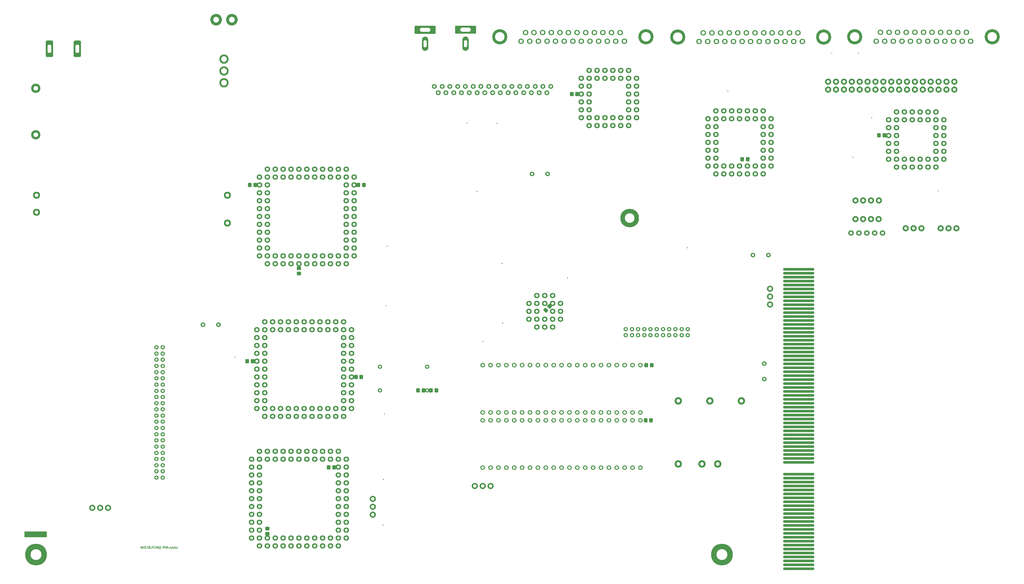
<source format=gbr>
G04 GENERATED BY PULSONIX 10.0 GERBER.DLL 7250*
G04 #@! TF.GenerationSoftware,Pulsonix,Pulsonix,10.0.7250*
G04 #@! TF.CreationDate,2019-09-12T07:48:15--1:00*
G04 #@! TF.Part,Single*
%FSLAX25Y25*%
%LPD*%
%MOIN*%
G04 #@! TF.FileFunction,Soldermask,Bot*
G04 #@! TF.FilePolarity,Negative*
G04 #@! TA.AperFunction,SMDPad*
%AMT71*0 Rounded Rectangle pad*4,1,36,0.01382,0.02760,-0.01382,0.02760,-0.01536,0.02745,-0.01683,0.02700,-0.01820,0.02627,-0.01939,0.02529,-0.02037,0.02410,-0.02110,0.02274,-0.02154,0.02126,-0.02170,0.01973,-0.02170,-0.01973,-0.02154,-0.02126,-0.02110,-0.02274,-0.02037,-0.02410,-0.01939,-0.02529,-0.01820,-0.02627,-0.01683,-0.02700,-0.01536,-0.02745,-0.01382,-0.02760,0.01382,-0.02760,0.01536,-0.02745,0.01683,-0.02700,0.01820,-0.02627,0.01939,-0.02529,0.02037,-0.02410,0.02110,-0.02274,0.02154,-0.02126,0.02169,-0.01973,0.02169,0.01973,0.02154,0.02126,0.02110,0.02274,0.02037,0.02410,0.01939,0.02529,0.01820,0.02627,0.01683,0.02700,0.01536,0.02745,0.01382,0.02760,0*%
%ADD71T71*%
G04 #@! TD.AperFunction*
%ADD86C,0.00500*%
%ADD94C,0.00001*%
G04 #@! TA.AperFunction,ComponentPad*
%ADD101C,0.07874X0.04331*%
%ADD112C,0.09449X0.04724*%
G04 #@! TA.AperFunction,NonMaterial*
%ADD120C,0.00100*%
G04 #@! TA.AperFunction,ComponentPad*
%ADD135C,0.05591X0.02795*%
%ADD136C,0.07087X0.03543*%
G04 #@! TA.AperFunction,WasherPad*
%ADD154C,0.23622X0.12205*%
G04 #@! TA.AperFunction,SMDPad*
%AMT156*0 Rounded Rectangle pad*4,1,48,-0.19685,0.00394,-0.19685,-0.00394,-0.19671,-0.00590,-0.19629,-0.00782,-0.19561,-0.00966,-0.19466,-0.01139,-0.19349,-0.01296,-0.19209,-0.01435,-0.19052,-0.01553,-0.18880,-0.01647,-0.18695,-0.01716,-0.18503,-0.01758,-0.18307,-0.01772,0.18307,-0.01772,0.18503,-0.01758,0.18695,-0.01716,0.18880,-0.01647,0.19052,-0.01553,0.19209,-0.01435,0.19349,-0.01296,0.19466,-0.01139,0.19561,-0.00966,0.19629,-0.00782,0.19671,-0.00590,0.19685,-0.00394,0.19685,0.00394,0.19671,0.00590,0.19629,0.00782,0.19561,0.00966,0.19466,0.01139,0.19349,0.01296,0.19209,0.01435,0.19052,0.01553,0.18880,0.01647,0.18695,0.01716,0.18503,0.01758,0.18307,0.01772,-0.18307,0.01772,-0.18503,0.01758,-0.18695,0.01716,-0.18880,0.01647,-0.19052,0.01553,-0.19209,0.01435,-0.19349,0.01296,-0.19466,0.01139,-0.19561,0.00966,-0.19629,0.00782,-0.19671,0.00590,-0.19685,0.00394,0*%
%ADD156T156*%
G04 #@! TA.AperFunction,ComponentPad*
%ADD157C,0.05910X0.03543*%
%ADD159C,0.06299X0.03150*%
%ADD160C,0.07874X0.03937*%
%ADD161C,0.07087X0.04291*%
%ADD162C,0.19291X0.12008*%
%ADD163C,0.07874X0.04016*%
%AMT168*0 Rounded Rectangle pad*4,1,76,0.00039,0.09055,-0.00039,0.09055,-0.00379,0.09040,-0.00716,0.08996,-0.01048,0.08922,-0.01372,0.08820,-0.01687,0.08690,-0.01988,0.08533,-0.02275,0.08350,-0.02545,0.08143,-0.02795,0.07914,-0.03025,0.07663,-0.03232,0.07393,-0.03415,0.07106,-0.03572,0.06805,-0.03702,0.06491,-0.03804,0.06166,-0.03878,0.05834,-0.03922,0.05497,-0.03937,0.05157,-0.03937,-0.05157,-0.03922,-0.05497,-0.03878,-0.05834,-0.03804,-0.06166,-0.03702,-0.06491,-0.03572,-0.06805,-0.03415,-0.07106,-0.03232,-0.07393,-0.03025,-0.07663,-0.02795,-0.07914,-0.02545,-0.08143,-0.02275,-0.08350,-0.01988,-0.08533,-0.01687,-0.08690,-0.01372,-0.08820,-0.01048,-0.08922,-0.00716,-0.08996,-0.00379,-0.09040,-0.00039,-0.09055,0.00039,-0.09055,0.00379,-0.09040,0.00716,-0.08996,0.01048,-0.08922,0.01372,-0.08820,0.01687,-0.08690,0.01988,-0.08533,0.02275,-0.08350,0.02545,-0.08143,0.02795,-0.07914,0.03025,-0.07663,0.03232,-0.07393,0.03415,-0.07106,0.03572,-0.06805,0.03702,-0.06491,0.03804,-0.06166,0.03878,-0.05834,0.03922,-0.05497,0.03937,-0.05157,0.03937,0.05157,0.03922,0.05497,0.03878,0.05834,0.03804,0.06166,0.03702,0.06491,0.03572,0.06805,0.03415,0.07106,0.03232,0.07393,0.03025,0.07663,0.02795,0.07914,0.02545,0.08143,0.02275,0.08350,0.01988,0.08533,0.01687,0.08690,0.01372,0.08820,0.01048,0.08922,0.00716,0.08996,0.00379,0.09040,0.00039,0.09055,0*%
%ADD168T168*%
%AMT169*0 Rounded Rectangle pad*4,1,48,-0.13386,0.03740,-0.13386,-0.03740,-0.13372,-0.03936,-0.13330,-0.04128,-0.13261,-0.04313,-0.13167,-0.04485,-0.13049,-0.04643,-0.12910,-0.04782,-0.12753,-0.04899,-0.12580,-0.04994,-0.12396,-0.05062,-0.12204,-0.05104,-0.12008,-0.05118,0.12008,-0.05118,0.12204,-0.05104,0.12396,-0.05062,0.12580,-0.04994,0.12753,-0.04899,0.12910,-0.04782,0.13049,-0.04643,0.13167,-0.04485,0.13261,-0.04313,0.13330,-0.04128,0.13372,-0.03936,0.13386,-0.03740,0.13386,0.03740,0.13372,0.03936,0.13330,0.04128,0.13261,0.04313,0.13167,0.04485,0.13049,0.04643,0.12910,0.04782,0.12753,0.04899,0.12580,0.04994,0.12396,0.05062,0.12204,0.05104,0.12008,0.05118,-0.12008,0.05118,-0.12204,0.05104,-0.12396,0.05062,-0.12580,0.04994,-0.12753,0.04899,-0.12910,0.04782,-0.13049,0.04643,-0.13167,0.04485,-0.13261,0.04313,-0.13330,0.04128,-0.13372,0.03936,-0.13386,0.03740,0*%
%ADD169T169*%
%AMT186*0 Rounded Rectangle pad*4,1,56,0.02756,0.10433,-0.02756,0.10433,-0.02993,0.10419,-0.03227,0.10376,-0.03454,0.10305,-0.03671,0.10208,-0.03874,0.10085,-0.04061,0.09938,-0.04229,0.09770,-0.04376,0.09583,-0.04499,0.09379,-0.04596,0.09163,-0.04667,0.08936,-0.04710,0.08702,-0.04724,0.08465,-0.04724,-0.08465,-0.04710,-0.08702,-0.04667,-0.08936,-0.04596,-0.09163,-0.04499,-0.09379,-0.04376,-0.09583,-0.04229,-0.09770,-0.04061,-0.09938,-0.03874,-0.10085,-0.03671,-0.10208,-0.03454,-0.10305,-0.03227,-0.10376,-0.02993,-0.10419,-0.02756,-0.10433,0.02756,-0.10433,0.02993,-0.10419,0.03227,-0.10376,0.03454,-0.10305,0.03671,-0.10208,0.03874,-0.10085,0.04061,-0.09938,0.04229,-0.09770,0.04376,-0.09583,0.04499,-0.09379,0.04596,-0.09163,0.04667,-0.08936,0.04710,-0.08702,0.04724,-0.08465,0.04724,0.08465,0.04710,0.08702,0.04667,0.08936,0.04596,0.09163,0.04499,0.09379,0.04376,0.09583,0.04229,0.09770,0.04061,0.09938,0.03874,0.10085,0.03671,0.10208,0.03454,0.10305,0.03227,0.10376,0.02993,0.10419,0.02756,0.10433,0*%
%ADD186T186*%
%ADD188C,0.11811X0.05906*%
%ADD190C,0.09055X0.04528*%
%ADD191C,0.11811X0.07283*%
%ADD192C,0.14764X0.07283*%
%ADD193C,0.05512X0.02756*%
G04 #@! TA.AperFunction,SMDPad*
%AMT215*0 Rounded Rectangle pad*4,1,36,-0.01382,-0.02760,0.01382,-0.02760,0.01536,-0.02745,0.01683,-0.02700,0.01820,-0.02627,0.01939,-0.02529,0.02037,-0.02410,0.02110,-0.02274,0.02154,-0.02126,0.02170,-0.01973,0.02170,0.01973,0.02154,0.02126,0.02110,0.02274,0.02037,0.02410,0.01939,0.02529,0.01820,0.02627,0.01683,0.02700,0.01536,0.02745,0.01382,0.02760,-0.01382,0.02760,-0.01536,0.02745,-0.01683,0.02700,-0.01820,0.02627,-0.01939,0.02529,-0.02037,0.02410,-0.02110,0.02274,-0.02154,0.02126,-0.02169,0.01973,-0.02169,-0.01973,-0.02154,-0.02126,-0.02110,-0.02274,-0.02037,-0.02410,-0.01939,-0.02529,-0.01820,-0.02627,-0.01683,-0.02700,-0.01536,-0.02745,-0.01382,-0.02760,0*%
%ADD215T215*%
%AMT217*0 Rounded Rectangle pad*4,1,36,0.01382,0.02760,-0.01382,0.02760,-0.01536,0.02745,-0.01683,0.02700,-0.01820,0.02627,-0.01939,0.02529,-0.02037,0.02410,-0.02110,0.02274,-0.02154,0.02126,-0.02170,0.01973,-0.02170,-0.01973,-0.02154,-0.02126,-0.02110,-0.02274,-0.02037,-0.02410,-0.01939,-0.02529,-0.01820,-0.02627,-0.01683,-0.02700,-0.01536,-0.02745,-0.01382,-0.02760,0.01382,-0.02760,0.01536,-0.02745,0.01683,-0.02700,0.01820,-0.02627,0.01939,-0.02529,0.02037,-0.02410,0.02110,-0.02274,0.02154,-0.02126,0.02169,-0.01973,0.02169,0.01973,0.02154,0.02126,0.02110,0.02274,0.02037,0.02410,0.01939,0.02529,0.01820,0.02627,0.01683,0.02700,0.01536,0.02745,0.01382,0.02760,0*%
%ADD217T217*%
G04 #@! TA.AperFunction,WasherPad*
%ADD255C,0.27559X0.13780*%
G04 #@! TA.AperFunction,ComponentPad*
%ADD270C,0.05906X0.02953*%
G04 #@! TA.AperFunction,SMDPad*
%AMT275*0 Rounded Rectangle pad*4,1,36,0.02760,-0.01382,0.02760,0.01382,0.02745,0.01536,0.02700,0.01683,0.02627,0.01820,0.02529,0.01939,0.02410,0.02037,0.02274,0.02110,0.02126,0.02154,0.01973,0.02170,-0.01973,0.02170,-0.02126,0.02154,-0.02274,0.02110,-0.02410,0.02037,-0.02529,0.01939,-0.02627,0.01820,-0.02700,0.01683,-0.02745,0.01536,-0.02760,0.01382,-0.02760,-0.01382,-0.02745,-0.01536,-0.02700,-0.01683,-0.02627,-0.01820,-0.02529,-0.01939,-0.02410,-0.02037,-0.02274,-0.02110,-0.02126,-0.02154,-0.01973,-0.02169,0.01973,-0.02169,0.02126,-0.02154,0.02274,-0.02110,0.02410,-0.02037,0.02529,-0.01939,0.02627,-0.01820,0.02700,-0.01683,0.02745,-0.01536,0.02760,-0.01382,0*%
%ADD275T275*%
%AMT276*0 Rounded Rectangle pad*4,1,36,-0.00974,0.02929,-0.02929,0.00974,-0.03027,0.00855,-0.03100,0.00719,-0.03144,0.00571,-0.03160,0.00417,-0.03144,0.00264,-0.03100,0.00116,-0.03027,-0.00020,-0.02929,-0.00139,-0.00139,-0.02929,-0.00020,-0.03027,0.00116,-0.03100,0.00264,-0.03144,0.00418,-0.03160,0.00571,-0.03144,0.00719,-0.03100,0.00855,-0.03027,0.00974,-0.02929,0.02929,-0.00974,0.03027,-0.00855,0.03100,-0.00719,0.03144,-0.00571,0.03159,-0.00418,0.03144,-0.00264,0.03100,-0.00116,0.03027,0.00020,0.02929,0.00139,0.00139,0.02929,0.00020,0.03027,-0.00116,0.03100,-0.00264,0.03144,-0.00418,0.03159,-0.00571,0.03144,-0.00719,0.03100,-0.00855,0.03027,-0.00974,0.02929,0*%
%ADD276T276*%
X0Y0D02*
D02*
D71*
X508103Y239952D03*
X514993D03*
X796491Y201785D03*
X797343Y271700D03*
X803381Y201785D03*
X804233Y271700D03*
D02*
D86*
X202745Y41763D02*
X202745Y39705D01*
X202451Y39411*
X201863*
X201569Y39705*
Y40587*
Y39705D02*
X201275Y39411D01*
X200686*
X200392Y39705*
Y41763*
X199345D02*
X199345Y39705D01*
X199051Y39411*
X198463*
X198169Y39705*
Y40587*
Y39705D02*
X197875Y39411D01*
X197286*
X196992Y39705*
Y41763*
X195945D02*
X195945Y39705D01*
X195651Y39411*
X195063*
X194769Y39705*
Y40587*
Y39705D02*
X194475Y39411D01*
X193886*
X193592Y39705*
Y41763*
X192251Y39411D02*
X191957Y39705D01*
X192251Y39999*
X192545Y39705*
X192251Y39411*
X190995Y41469D02*
X190407Y41763D01*
X189525*
X188936Y41469*
X188642Y40881*
Y39999*
X188936Y39705*
X189525Y39411*
X190113*
X190701Y39705*
X190995Y39999*
Y40293*
X190701Y40587*
X190113Y40881*
X189525*
X188936Y40587*
X188642Y40293*
Y39999D02*
X188642Y39411D01*
X187595D02*
X187595Y41763D01*
Y41469D02*
X187301Y41763D01*
X186713*
X186419Y41469*
Y40587*
Y41469D02*
X186125Y41763D01*
X185536*
X185242Y41469*
Y39411*
X184195D02*
X184195Y41763D01*
Y42646D02*
X184196Y42647D01*
X179692Y40881D02*
X179986Y41469D01*
X180575Y41763*
X181163*
X181751Y41469*
X182045Y40881*
Y40587*
X181751Y39999*
X181163Y39705*
X180575*
X179986Y39999*
X179692Y40587*
Y41763D02*
X179692Y39411D01*
X179986Y38822*
X180575Y38528*
X181457*
X182045Y38822*
X178645Y41469D02*
X178057Y41763D01*
X177175*
X176586Y41469*
X176292Y40881*
Y39999*
X176586Y39705*
X177175Y39411*
X177763*
X178351Y39705*
X178645Y39999*
Y40293*
X178351Y40587*
X177763Y40881*
X177175*
X176586Y40587*
X176292Y40293*
Y39999D02*
X176292Y39411D01*
X172892Y41469D02*
X173480Y41763D01*
X174363*
X174951Y41469*
X175245Y40881*
Y40293*
X174951Y39705*
X174363Y39411*
X173480*
X172892Y39705*
X171551Y39411D02*
X171845Y39411D01*
Y42940*
X170595Y41763D02*
X170595Y40293D01*
X170301Y39705*
X169713Y39411*
X169125*
X168536Y39705*
X168242Y40293*
Y41763D02*
X168242Y39411D01*
X167195Y40293D02*
X166901Y39705D01*
X166313Y39411*
X165725*
X165136Y39705*
X164842Y40293*
Y40881*
X165136Y41469*
X165725Y41763*
X166313*
X166901Y41469*
X167195Y40881*
Y39411D02*
X167195Y42940D01*
X163501Y39411D02*
X163207Y39705D01*
X163501Y39999*
X163795Y39705*
X163501Y39411*
X162245Y40293D02*
X161951Y39705D01*
X161363Y39411*
X160775*
X160186Y39705*
X159892Y40293*
Y40881*
X160186Y41469*
X160775Y41763*
X161363*
X161951Y41469*
X162245Y40881*
Y39411D02*
X162245Y42940D01*
X156492Y39705D02*
X156786Y39411D01*
X157375*
X157963*
X158551Y39705*
X158845Y40293*
Y41175*
X158551Y41469*
X157963Y41763*
X157375*
X156786Y41469*
X156492Y41175*
Y40881*
X156786Y40587*
X157375Y40293*
X157963*
X158551Y40587*
X158845Y40881*
D02*
D94*
X158846Y40882D02*
X275543Y281906D02*
G36*
X275558Y281775D01*
X275601Y281650D01*
X275672Y281538D01*
X275765Y281444D01*
X275877Y281374D01*
X276002Y281330D01*
X276133Y281315D01*
X276265Y281330D01*
X276390Y281374D01*
X276502Y281444D01*
X276595Y281538D01*
X276665Y281650D01*
X276709Y281775D01*
X276724Y281906D01*
X276709Y282037D01*
X276665Y282162D01*
X276595Y282274D01*
X276502Y282368D01*
X276390Y282438D01*
X276265Y282482D01*
X276133Y282497D01*
X276002Y282482D01*
X275877Y282438D01*
X275765Y282368D01*
X275672Y282274D01*
X275601Y282162D01*
X275558Y282037D01*
X275543Y281906D01*
G37*
X275544Y281907D02*
X462980Y68970D02*
G36*
X462995Y68838D01*
X463039Y68713D01*
X463109Y68601D01*
X463202Y68508D01*
X463314Y68438D01*
X463439Y68394D01*
X463571Y68379D01*
X463702Y68394D01*
X463827Y68437D01*
X463939Y68508D01*
X464032Y68601D01*
X464103Y68713D01*
X464146Y68838D01*
X464161Y68970D01*
X464146Y69101D01*
X464103Y69226D01*
X464032Y69338D01*
X463939Y69431D01*
X463827Y69502D01*
X463702Y69545D01*
X463571Y69560D01*
X463439Y69545D01*
X463314Y69502D01*
X463203Y69431D01*
X463109Y69338D01*
X463039Y69226D01*
X462995Y69101D01*
X462980Y68970D01*
G37*
X462981Y68971D02*
X463384Y126819D02*
G36*
X463399Y126688D01*
X463443Y126563D01*
X463513Y126451D01*
X463606Y126357D01*
X463718Y126287D01*
X463843Y126243D01*
X463975Y126229D01*
X464106Y126243D01*
X464231Y126287D01*
X464343Y126357D01*
X464436Y126451D01*
X464507Y126563D01*
X464550Y126688D01*
X464565Y126819D01*
X464550Y126951D01*
X464507Y127075D01*
X464436Y127187D01*
X464343Y127281D01*
X464231Y127351D01*
X464106Y127395D01*
X463975Y127410D01*
X463843Y127395D01*
X463719Y127351D01*
X463607Y127281D01*
X463513Y127187D01*
X463443Y127075D01*
X463399Y126951D01*
X463384Y126819D01*
G37*
X463385Y126820D02*
X464872Y209703D02*
G36*
X464887Y209572D01*
X464930Y209447D01*
X465001Y209335D01*
X465094Y209242D01*
X465206Y209171D01*
X465331Y209128D01*
X465462Y209113D01*
X465594Y209128D01*
X465718Y209171D01*
X465830Y209242D01*
X465924Y209335D01*
X465994Y209447D01*
X466038Y209572D01*
X466053Y209703D01*
X466038Y209835D01*
X465994Y209960D01*
X465924Y210072D01*
X465831Y210165D01*
X465719Y210236D01*
X465594Y210279D01*
X465462Y210294D01*
X465331Y210279D01*
X465206Y210236D01*
X465094Y210165D01*
X465001Y210072D01*
X464930Y209960D01*
X464887Y209835D01*
X464872Y209703D01*
G37*
X464873Y209704D02*
X466927Y347267D02*
G36*
X466942Y347136D01*
X466985Y347011D01*
X467056Y346899D01*
X467149Y346806D01*
X467261Y346735D01*
X467386Y346692D01*
X467517Y346677D01*
X467649Y346692D01*
X467774Y346735D01*
X467886Y346806D01*
X467979Y346899D01*
X468050Y347011D01*
X468093Y347136D01*
X468108Y347267D01*
X468093Y347399D01*
X468050Y347524D01*
X467979Y347636D01*
X467886Y347729D01*
X467774Y347799D01*
X467649Y347843D01*
X467518Y347858D01*
X467386Y347843D01*
X467261Y347799D01*
X467149Y347729D01*
X467056Y347636D01*
X466986Y347524D01*
X466942Y347399D01*
X466927Y347267D01*
G37*
X466928Y347268D02*
X468222Y422747D02*
G36*
X468237Y422616D01*
X468280Y422491D01*
X468351Y422379D01*
X468444Y422286D01*
X468556Y422215D01*
X468681Y422172D01*
X468812Y422157D01*
X468944Y422172D01*
X469068Y422215D01*
X469180Y422286D01*
X469274Y422379D01*
X469344Y422491D01*
X469388Y422616D01*
X469403Y422747D01*
X469388Y422879D01*
X469344Y423004D01*
X469274Y423115D01*
X469181Y423209D01*
X469069Y423279D01*
X468944Y423323D01*
X468812Y423338D01*
X468681Y423323D01*
X468556Y423279D01*
X468444Y423209D01*
X468351Y423116D01*
X468280Y423004D01*
X468237Y422879D01*
X468222Y422747D01*
G37*
X468223Y422748D02*
X569672Y578876D02*
G36*
X569687Y578744D01*
X569730Y578619D01*
X569801Y578507D01*
X569894Y578414D01*
X570006Y578343D01*
X570131Y578300D01*
X570263Y578285D01*
X570394Y578300D01*
X570519Y578343D01*
X570631Y578414D01*
X570724Y578507D01*
X570795Y578619D01*
X570838Y578744D01*
X570853Y578876D01*
X570838Y579007D01*
X570795Y579132D01*
X570724Y579244D01*
X570631Y579337D01*
X570519Y579408D01*
X570394Y579451D01*
X570263Y579466D01*
X570131Y579451D01*
X570006Y579408D01*
X569894Y579337D01*
X569801Y579244D01*
X569731Y579132D01*
X569687Y579007D01*
X569672Y578876D01*
G37*
X569673Y578877D02*
X582318Y492424D02*
G36*
X582333Y492292D01*
X582376Y492167D01*
X582447Y492055D01*
X582540Y491962D01*
X582652Y491891D01*
X582777Y491848D01*
X582908Y491833D01*
X583040Y491848D01*
X583165Y491891D01*
X583277Y491962D01*
X583370Y492055D01*
X583440Y492167D01*
X583484Y492292D01*
X583499Y492424D01*
X583484Y492555D01*
X583441Y492680D01*
X583370Y492792D01*
X583277Y492885D01*
X583165Y492956D01*
X583040Y492999D01*
X582908Y493014D01*
X582777Y492999D01*
X582652Y492956D01*
X582540Y492885D01*
X582447Y492792D01*
X582376Y492680D01*
X582333Y492555D01*
X582318Y492424D01*
G37*
X582319Y492425D02*
X589737Y301901D02*
G36*
X589752Y301770D01*
X589795Y301645D01*
X589866Y301533D01*
X589959Y301440D01*
X590071Y301369D01*
X590196Y301326D01*
X590328Y301311D01*
X590459Y301326D01*
X590584Y301369D01*
X590696Y301440D01*
X590789Y301533D01*
X590860Y301645D01*
X590903Y301770D01*
X590918Y301901D01*
X590903Y302033D01*
X590860Y302158D01*
X590789Y302270D01*
X590696Y302363D01*
X590584Y302434D01*
X590459Y302477D01*
X590328Y302492D01*
X590196Y302477D01*
X590071Y302434D01*
X589959Y302363D01*
X589866Y302270D01*
X589796Y302158D01*
X589752Y302033D01*
X589737Y301901D01*
G37*
X589738Y301902D02*
X607438Y578477D02*
G36*
X607453Y578345D01*
X607497Y578221D01*
X607567Y578109D01*
X607661Y578015D01*
X607773Y577945D01*
X607897Y577901D01*
X608029Y577886D01*
X608160Y577901D01*
X608285Y577945D01*
X608397Y578015D01*
X608491Y578109D01*
X608561Y578221D01*
X608605Y578345D01*
X608619Y578477D01*
X608605Y578608D01*
X608561Y578733D01*
X608491Y578845D01*
X608397Y578939D01*
X608285Y579009D01*
X608160Y579053D01*
X608029Y579067D01*
X607898Y579053D01*
X607773Y579009D01*
X607661Y578939D01*
X607567Y578845D01*
X607497Y578733D01*
X607453Y578608D01*
X607438Y578477D01*
G37*
X607439Y578478D02*
X614041Y400763D02*
G36*
X614055Y400631D01*
X614099Y400507D01*
X614169Y400395D01*
X614263Y400301D01*
X614375Y400231D01*
X614500Y400187D01*
X614631Y400172D01*
X614763Y400187D01*
X614887Y400231D01*
X614999Y400301D01*
X615093Y400395D01*
X615163Y400507D01*
X615207Y400631D01*
X615222Y400763D01*
X615207Y400894D01*
X615163Y401019D01*
X615093Y401131D01*
X614999Y401225D01*
X614887Y401295D01*
X614763Y401339D01*
X614631Y401353D01*
X614500Y401339D01*
X614375Y401295D01*
X614263Y401225D01*
X614169Y401131D01*
X614099Y401019D01*
X614055Y400894D01*
X614041Y400763D01*
G37*
X614042Y400764D02*
X614620Y325189D02*
G36*
X614635Y325058D01*
X614679Y324933D01*
X614749Y324821D01*
X614842Y324728D01*
X614954Y324657D01*
X615079Y324614D01*
X615211Y324599D01*
X615342Y324614D01*
X615467Y324657D01*
X615579Y324728D01*
X615672Y324821D01*
X615743Y324933D01*
X615786Y325058D01*
X615801Y325189D01*
X615786Y325321D01*
X615743Y325446D01*
X615672Y325557D01*
X615579Y325651D01*
X615467Y325721D01*
X615342Y325765D01*
X615211Y325780D01*
X615079Y325765D01*
X614955Y325721D01*
X614843Y325651D01*
X614749Y325558D01*
X614679Y325446D01*
X614635Y325321D01*
X614620Y325189D01*
G37*
X614621Y325190D02*
X696981Y382475D02*
G36*
X696996Y382344D01*
X697039Y382219D01*
X697110Y382107D01*
X697203Y382014D01*
X697315Y381943D01*
X697440Y381900D01*
X697571Y381885D01*
X697703Y381900D01*
X697828Y381943D01*
X697940Y382014D01*
X698033Y382107D01*
X698104Y382219D01*
X698147Y382344D01*
X698162Y382475D01*
X698147Y382607D01*
X698104Y382732D01*
X698033Y382844D01*
X697940Y382937D01*
X697828Y383007D01*
X697703Y383051D01*
X697572Y383066D01*
X697440Y383051D01*
X697315Y383007D01*
X697203Y382937D01*
X697110Y382844D01*
X697039Y382732D01*
X696996Y382607D01*
X696981Y382475D01*
G37*
X696982Y382476D02*
X848744Y420793D02*
G36*
X848758Y420662D01*
X848802Y420537D01*
X848872Y420425D01*
X848966Y420332D01*
X849078Y420261D01*
X849203Y420218D01*
X849334Y420203D01*
X849465Y420218D01*
X849590Y420261D01*
X849702Y420332D01*
X849796Y420425D01*
X849866Y420537D01*
X849910Y420662D01*
X849925Y420793D01*
X849910Y420925D01*
X849866Y421050D01*
X849796Y421161D01*
X849702Y421255D01*
X849590Y421325D01*
X849466Y421369D01*
X849334Y421384D01*
X849203Y421369D01*
X849078Y421325D01*
X848966Y421255D01*
X848872Y421162D01*
X848802Y421050D01*
X848758Y420925D01*
X848744Y420793D01*
G37*
X848745Y420794D02*
X900272Y619634D02*
G36*
X900287Y619503D01*
X900331Y619378D01*
X900401Y619266D01*
X900494Y619172D01*
X900606Y619102D01*
X900731Y619058D01*
X900863Y619044D01*
X900994Y619058D01*
X901119Y619102D01*
X901231Y619172D01*
X901324Y619266D01*
X901395Y619378D01*
X901438Y619503D01*
X901453Y619634D01*
X901438Y619766D01*
X901395Y619890D01*
X901324Y620002D01*
X901231Y620096D01*
X901119Y620166D01*
X900994Y620210D01*
X900863Y620225D01*
X900731Y620210D01*
X900606Y620166D01*
X900494Y620096D01*
X900401Y620002D01*
X900331Y619890D01*
X900287Y619766D01*
X900272Y619634D01*
G37*
X900273Y619635D02*
X1032033Y667664D02*
G36*
X1032048Y667533D01*
X1032092Y667408D01*
X1032162Y667296D01*
X1032256Y667203D01*
X1032368Y667132D01*
X1032492Y667089D01*
X1032624Y667074D01*
X1032755Y667089D01*
X1032880Y667132D01*
X1032992Y667203D01*
X1033086Y667296D01*
X1033156Y667408D01*
X1033200Y667533D01*
X1033214Y667664D01*
X1033200Y667796D01*
X1033156Y667920D01*
X1033086Y668032D01*
X1032992Y668126D01*
X1032880Y668196D01*
X1032755Y668240D01*
X1032624Y668255D01*
X1032493Y668240D01*
X1032368Y668196D01*
X1032256Y668126D01*
X1032162Y668032D01*
X1032092Y667921D01*
X1032048Y667796D01*
X1032033Y667664D01*
G37*
X1032034Y667665D02*
X1058623Y535565D02*
G36*
X1058637Y535433D01*
X1058681Y535308D01*
X1058751Y535196D01*
X1058845Y535103D01*
X1058957Y535033D01*
X1059082Y534989D01*
X1059213Y534974D01*
X1059345Y534989D01*
X1059469Y535033D01*
X1059581Y535103D01*
X1059675Y535196D01*
X1059745Y535308D01*
X1059789Y535433D01*
X1059804Y535565D01*
X1059789Y535696D01*
X1059745Y535821D01*
X1059675Y535933D01*
X1059581Y536026D01*
X1059469Y536097D01*
X1059345Y536140D01*
X1059213Y536155D01*
X1059082Y536140D01*
X1058957Y536097D01*
X1058845Y536026D01*
X1058752Y535933D01*
X1058681Y535821D01*
X1058638Y535696D01*
X1058623Y535565D01*
G37*
X1058624Y535566D02*
X1065634Y667630D02*
G36*
X1065649Y667499D01*
X1065692Y667374D01*
X1065763Y667262D01*
X1065856Y667168D01*
X1065968Y667098D01*
X1066093Y667054D01*
X1066224Y667040D01*
X1066356Y667054D01*
X1066481Y667098D01*
X1066593Y667168D01*
X1066686Y667262D01*
X1066756Y667374D01*
X1066800Y667499D01*
X1066815Y667630D01*
X1066800Y667761D01*
X1066757Y667886D01*
X1066686Y667998D01*
X1066593Y668092D01*
X1066481Y668162D01*
X1066356Y668206D01*
X1066225Y668221D01*
X1066093Y668206D01*
X1065968Y668162D01*
X1065856Y668092D01*
X1065763Y667998D01*
X1065692Y667886D01*
X1065649Y667762D01*
X1065634Y667630D01*
G37*
X1065635Y667631D02*
X1082605Y585646D02*
G36*
X1082620Y585514D01*
X1082663Y585389D01*
X1082734Y585277D01*
X1082827Y585184D01*
X1082939Y585113D01*
X1083064Y585070D01*
X1083195Y585055D01*
X1083327Y585070D01*
X1083452Y585113D01*
X1083564Y585184D01*
X1083657Y585277D01*
X1083727Y585389D01*
X1083771Y585514D01*
X1083786Y585646D01*
X1083771Y585777D01*
X1083728Y585902D01*
X1083657Y586014D01*
X1083564Y586107D01*
X1083452Y586178D01*
X1083327Y586221D01*
X1083196Y586236D01*
X1083064Y586221D01*
X1082939Y586178D01*
X1082827Y586107D01*
X1082734Y586014D01*
X1082663Y585902D01*
X1082620Y585777D01*
X1082605Y585646D01*
G37*
X1082606Y585647D02*
X1166802Y492837D02*
G36*
X1166817Y492706D01*
X1166860Y492581D01*
X1166931Y492469D01*
X1167024Y492375D01*
X1167136Y492305D01*
X1167261Y492261D01*
X1167392Y492246D01*
X1167524Y492261D01*
X1167649Y492305D01*
X1167761Y492375D01*
X1167854Y492469D01*
X1167924Y492581D01*
X1167968Y492706D01*
X1167983Y492837D01*
X1167968Y492968D01*
X1167925Y493093D01*
X1167854Y493205D01*
X1167761Y493299D01*
X1167649Y493369D01*
X1167524Y493413D01*
X1167393Y493428D01*
X1167261Y493413D01*
X1167136Y493369D01*
X1167024Y493299D01*
X1166931Y493205D01*
X1166860Y493093D01*
X1166817Y492968D01*
X1166802Y492837D01*
G37*
D02*
D101*
X95041Y90849D03*
X105041D03*
X115041D03*
X450783Y82053D03*
Y92053D03*
Y102053D03*
X579892Y118561D03*
X589892D03*
X599892D03*
X954443Y348825D03*
Y358825D03*
Y368825D03*
D02*
D112*
X837918Y146479D03*
Y226479D03*
X867918Y146479D03*
X877918Y226479D03*
X887918Y146479D03*
X917918Y226479D03*
D02*
D120*
X8921Y53665D02*
X36913D01*
Y60658*
X8921*
Y53665*
X8922Y53666D02*
X8921Y53665D02*
G36*
X36913D01*
Y60658D01*
X8921D01*
Y53665D01*
G37*
D02*
D135*
X176322Y129096D03*
Y136970D03*
Y144844D03*
Y152718D03*
Y160592D03*
Y168466D03*
Y176340D03*
Y184214D03*
Y192088D03*
Y199962D03*
Y207836D03*
Y215641D03*
Y223515D03*
Y231389D03*
Y239263D03*
Y247137D03*
Y255011D03*
Y262885D03*
Y270759D03*
Y278633D03*
Y286507D03*
Y294381D03*
X184196Y129096D03*
Y136970D03*
Y144844D03*
Y152718D03*
Y160592D03*
Y168466D03*
Y176340D03*
Y184214D03*
Y192088D03*
Y199962D03*
Y207836D03*
Y215641D03*
Y223515D03*
Y231389D03*
Y239263D03*
Y247137D03*
Y255011D03*
Y262885D03*
Y270759D03*
Y278633D03*
Y286507D03*
Y294381D03*
X771275Y309729D03*
Y317603D03*
X779149Y309729D03*
Y317603D03*
X787023Y309729D03*
Y317603D03*
X794897Y309729D03*
Y317603D03*
X802771Y309729D03*
Y317603D03*
X810645Y309729D03*
Y317603D03*
X818519Y309729D03*
Y317603D03*
X826393Y309729D03*
Y317603D03*
X834267Y309729D03*
Y317603D03*
X842141Y309729D03*
Y317603D03*
X850016Y309729D03*
Y317603D03*
D02*
D136*
X296988Y52363D03*
Y62363D03*
Y72363D03*
Y82363D03*
Y92363D03*
Y102363D03*
Y112363D03*
Y122363D03*
Y132363D03*
Y142363D03*
Y152363D03*
X303715Y216882D03*
Y226882D03*
Y236882D03*
Y246882D03*
Y256882D03*
Y266882D03*
Y276882D03*
Y286882D03*
Y296882D03*
Y306882D03*
Y316882D03*
X306988Y42363D03*
Y52363D03*
Y62363D03*
Y72363D03*
Y82363D03*
Y92363D03*
Y102363D03*
Y112363D03*
Y122363D03*
Y132363D03*
Y142363D03*
Y152363D03*
Y162363D03*
X307091Y410322D03*
Y420322D03*
Y430322D03*
Y440322D03*
Y450322D03*
Y460322D03*
Y470322D03*
Y480322D03*
Y490322D03*
Y500322D03*
Y510322D03*
X313715Y206882D03*
Y216882D03*
Y226882D03*
Y236882D03*
Y246882D03*
Y256882D03*
Y266882D03*
Y276882D03*
Y286882D03*
Y296882D03*
Y306882D03*
Y316882D03*
Y326882D03*
X316988Y42363D03*
Y52363D03*
Y152363D03*
Y162363D03*
X317091Y400322D03*
Y410322D03*
Y420322D03*
Y430322D03*
Y440322D03*
Y450322D03*
Y460322D03*
Y470322D03*
Y480322D03*
Y490322D03*
Y500322D03*
Y510322D03*
Y520322D03*
X323715Y206882D03*
Y216882D03*
Y316882D03*
Y326882D03*
X326988Y42363D03*
Y52363D03*
Y152363D03*
Y162363D03*
X327091Y400322D03*
Y410322D03*
Y510322D03*
Y520322D03*
X333715Y206882D03*
Y216882D03*
Y316882D03*
Y326882D03*
X336988Y42363D03*
Y52363D03*
Y152363D03*
Y162363D03*
X337091Y400322D03*
Y410322D03*
Y510322D03*
Y520322D03*
X343715Y206882D03*
Y216882D03*
Y316882D03*
Y326882D03*
X346988Y42363D03*
Y52363D03*
Y152363D03*
Y162363D03*
X347091Y400322D03*
Y410322D03*
Y510322D03*
Y520322D03*
X353715Y206882D03*
Y216882D03*
Y316882D03*
Y326882D03*
X356988Y42363D03*
Y52363D03*
Y152363D03*
Y162363D03*
X357091Y400322D03*
Y410322D03*
Y510322D03*
Y520322D03*
X363715Y206882D03*
Y216882D03*
Y316882D03*
Y326882D03*
X366988Y42363D03*
Y52363D03*
Y152363D03*
Y162363D03*
X367091Y400322D03*
Y410322D03*
Y510322D03*
Y520322D03*
X373715Y206882D03*
Y216882D03*
Y316882D03*
Y326882D03*
X376988Y42363D03*
Y52363D03*
Y152363D03*
Y162363D03*
X377091Y400322D03*
Y410322D03*
Y510322D03*
Y520322D03*
X383715Y206882D03*
Y216882D03*
Y316882D03*
Y326882D03*
X386988Y42363D03*
Y52363D03*
Y152363D03*
Y162363D03*
X387091Y400322D03*
Y410322D03*
Y510322D03*
Y520322D03*
X393715Y206882D03*
Y216882D03*
Y316882D03*
Y326882D03*
X396988Y42363D03*
Y52363D03*
Y152363D03*
Y162363D03*
X397091Y400322D03*
Y410322D03*
Y510322D03*
Y520322D03*
X403715Y206882D03*
Y216882D03*
Y316882D03*
Y326882D03*
X406988Y42363D03*
Y52363D03*
Y62363D03*
Y72363D03*
Y82363D03*
Y92363D03*
Y102363D03*
Y112363D03*
Y122363D03*
Y132363D03*
Y142363D03*
Y152363D03*
Y162363D03*
X407091Y400322D03*
Y410322D03*
Y510322D03*
Y520322D03*
X413715Y206882D03*
Y216882D03*
Y226882D03*
Y236882D03*
Y246882D03*
Y256882D03*
Y266882D03*
Y276882D03*
Y286882D03*
Y296882D03*
Y306882D03*
Y316882D03*
Y326882D03*
X416988Y52363D03*
Y62363D03*
Y72363D03*
Y82363D03*
Y92363D03*
Y102363D03*
Y112363D03*
Y122363D03*
Y132363D03*
Y142363D03*
Y152363D03*
X417091Y400322D03*
Y410322D03*
Y420322D03*
Y430322D03*
Y440322D03*
Y450322D03*
Y460322D03*
Y470322D03*
Y480322D03*
Y490322D03*
Y500322D03*
Y510322D03*
Y520322D03*
X423715Y216882D03*
Y226882D03*
Y236882D03*
Y246882D03*
Y256882D03*
Y266882D03*
Y276882D03*
Y286882D03*
Y296882D03*
Y306882D03*
Y316882D03*
X427091Y410322D03*
Y420322D03*
Y430322D03*
Y440322D03*
Y450322D03*
Y460322D03*
Y470322D03*
Y480322D03*
Y490322D03*
Y500322D03*
Y510322D03*
X648591Y330241D03*
Y340241D03*
Y350241D03*
X658591Y320241D03*
Y330241D03*
Y340241D03*
Y350241D03*
Y360241D03*
X668591Y320241D03*
Y330241D03*
Y350241D03*
Y360241D03*
X678591Y320241D03*
Y330241D03*
Y340241D03*
Y350241D03*
Y360241D03*
X688591Y330241D03*
Y340241D03*
Y350241D03*
X715048Y585776D03*
Y595776D03*
Y605776D03*
Y615776D03*
Y625776D03*
Y635776D03*
X725048Y575776D03*
Y585776D03*
Y595776D03*
Y605776D03*
Y615776D03*
Y625776D03*
Y635776D03*
Y645776D03*
X735048Y575776D03*
Y585776D03*
Y635776D03*
Y645776D03*
X745048Y575776D03*
Y585776D03*
Y635776D03*
Y645776D03*
X755048Y575776D03*
Y585776D03*
Y635776D03*
Y645776D03*
X765048Y575776D03*
Y585776D03*
Y635776D03*
Y645776D03*
X775048Y575776D03*
Y585776D03*
Y595776D03*
Y605776D03*
Y615776D03*
Y625776D03*
Y635776D03*
Y645776D03*
X785048Y585776D03*
Y595776D03*
Y605776D03*
Y615776D03*
Y625776D03*
Y635776D03*
X875732Y524456D03*
Y534456D03*
Y544456D03*
Y554456D03*
Y564456D03*
Y574456D03*
Y584456D03*
X885732Y514456D03*
Y524456D03*
Y534456D03*
Y544456D03*
Y554456D03*
Y564456D03*
Y574456D03*
Y584456D03*
Y594456D03*
X895732Y514456D03*
Y524456D03*
Y584456D03*
Y594456D03*
X905732Y514456D03*
Y524456D03*
Y584456D03*
Y594456D03*
X915732Y514456D03*
Y524456D03*
Y584456D03*
Y594456D03*
X925732Y514456D03*
Y524456D03*
Y584456D03*
Y594456D03*
X935732Y514456D03*
Y524456D03*
Y584456D03*
Y594456D03*
X945732Y514456D03*
Y524456D03*
Y534456D03*
Y544456D03*
Y554456D03*
Y564456D03*
Y574456D03*
Y584456D03*
Y594456D03*
X955732Y524456D03*
Y534456D03*
Y544456D03*
Y554456D03*
Y564456D03*
Y574456D03*
Y584456D03*
X1057076Y439321D03*
X1067076D03*
X1077076D03*
X1087076D03*
X1097076D03*
X1104486Y533232D03*
Y543232D03*
Y553232D03*
Y563232D03*
Y573232D03*
Y583232D03*
X1114486Y523232D03*
Y533232D03*
Y543232D03*
Y553232D03*
Y563232D03*
Y573232D03*
Y583232D03*
Y593232D03*
X1124486Y523232D03*
Y533232D03*
Y583232D03*
Y593232D03*
X1134486Y523232D03*
Y533232D03*
Y583232D03*
Y593232D03*
X1144486Y523232D03*
Y533232D03*
Y583232D03*
Y593232D03*
X1154486Y523232D03*
Y533232D03*
Y583232D03*
Y593232D03*
X1164486Y523232D03*
Y533232D03*
Y543232D03*
Y553232D03*
Y563232D03*
Y573232D03*
Y583232D03*
Y593232D03*
X1174486Y533232D03*
Y543232D03*
Y553232D03*
Y563232D03*
Y573232D03*
Y583232D03*
D02*
D154*
X776367Y458571D03*
D02*
D156*
X990757Y13548D03*
Y18548D03*
Y23548D03*
Y28548D03*
Y33548D03*
Y38548D03*
Y43548D03*
Y48548D03*
Y53548D03*
Y58548D03*
Y63548D03*
Y68548D03*
Y73548D03*
Y78548D03*
Y83548D03*
Y88548D03*
Y93548D03*
Y98548D03*
Y103548D03*
Y108548D03*
Y113548D03*
Y118548D03*
Y123548D03*
Y128548D03*
Y133548D03*
Y148548D03*
Y153548D03*
Y158548D03*
Y163548D03*
Y168548D03*
Y173548D03*
Y178548D03*
Y183548D03*
Y188548D03*
Y193548D03*
Y198548D03*
Y203548D03*
Y208548D03*
Y213548D03*
Y218548D03*
Y223548D03*
Y228548D03*
Y233548D03*
Y238548D03*
Y243548D03*
Y248548D03*
Y253548D03*
Y258548D03*
Y263548D03*
Y268548D03*
Y273548D03*
Y278548D03*
Y283548D03*
Y288548D03*
Y293548D03*
Y298548D03*
Y303548D03*
Y308548D03*
Y313548D03*
Y318548D03*
Y323548D03*
Y328548D03*
Y333548D03*
Y338548D03*
Y343548D03*
Y348548D03*
Y353548D03*
Y358548D03*
Y363548D03*
Y368548D03*
Y373548D03*
Y378548D03*
Y383548D03*
Y388548D03*
Y393548D03*
D02*
D157*
X589869Y211799D03*
Y271799D03*
X589920Y141875D03*
Y201875D03*
X599869Y211799D03*
Y271799D03*
X599920Y141875D03*
Y201875D03*
X609869Y211799D03*
Y271799D03*
X609920Y141875D03*
Y201875D03*
X619869Y211799D03*
Y271799D03*
X619920Y141875D03*
Y201875D03*
X629869Y211799D03*
Y271799D03*
X629920Y141875D03*
Y201875D03*
X639869Y211799D03*
Y271799D03*
X639920Y141875D03*
Y201875D03*
X649869Y211799D03*
Y271799D03*
X649920Y141875D03*
Y201875D03*
X659869Y211799D03*
Y271799D03*
X659920Y141875D03*
Y201875D03*
X669869Y211799D03*
Y271799D03*
X669920Y141875D03*
Y201875D03*
X679869Y211799D03*
Y271799D03*
X679920Y141875D03*
Y201875D03*
X689869Y211799D03*
Y271799D03*
X689920Y141875D03*
Y201875D03*
X699869Y211799D03*
Y271799D03*
X699920Y141875D03*
Y201875D03*
X709869Y211799D03*
Y271799D03*
X709920Y141875D03*
Y201875D03*
X719869Y211799D03*
Y271799D03*
X719920Y141875D03*
Y201875D03*
X729869Y211799D03*
Y271799D03*
X729920Y141875D03*
Y201875D03*
X739869Y211799D03*
Y271799D03*
X739920Y141875D03*
Y201875D03*
X749869Y211799D03*
Y271799D03*
X749920Y141875D03*
Y201875D03*
X759869Y211799D03*
Y271799D03*
X759920Y141875D03*
Y201875D03*
X769869Y211799D03*
Y271799D03*
X769920Y141875D03*
Y201875D03*
X779869Y211799D03*
Y271799D03*
X779920Y141875D03*
Y201875D03*
X789869Y211799D03*
Y271799D03*
X789920Y141875D03*
Y201875D03*
D02*
D159*
X528651Y625359D03*
X533572Y617485D03*
X538493Y625359D03*
X543414Y617485D03*
X548336Y625359D03*
X553257Y617485D03*
X558178Y625359D03*
X563099Y617485D03*
X568021Y625359D03*
X572942Y617485D03*
X577863Y625359D03*
X582784Y617485D03*
X587706Y625359D03*
X592627Y617485D03*
X597548Y625359D03*
X602470Y617485D03*
X607391Y625359D03*
X612312Y617485D03*
X617233Y625359D03*
X622155Y617485D03*
X627076Y625359D03*
X631997Y617485D03*
X636918Y625359D03*
X641840Y617485D03*
X646761Y625359D03*
X651682Y617485D03*
X656603Y625359D03*
X661525Y617485D03*
X666446Y625359D03*
X671367Y617485D03*
X676288Y625359D03*
D02*
D160*
X1062509Y457052D03*
X1062601Y480853D03*
X1072351Y457052D03*
X1072444Y480853D03*
X1082194Y457052D03*
X1082286Y480853D03*
X1092036Y457052D03*
X1092129Y480853D03*
X1126397Y445461D03*
X1136397D03*
X1146397D03*
X1170652Y445576D03*
X1180652D03*
X1190652D03*
D02*
D161*
X638755Y682765D03*
X644207Y693946D03*
X649660Y682765D03*
X655113Y693946D03*
X660566Y682765D03*
X666019Y693946D03*
X671471Y682765D03*
X676924Y693946D03*
X682377Y682765D03*
X687830Y693946D03*
X693282Y682765D03*
X698735Y693946D03*
X704188Y682765D03*
X709641Y693946D03*
X715093Y682765D03*
X720546Y693946D03*
X725999Y682765D03*
X731452Y693946D03*
X736904Y682765D03*
X742357Y693946D03*
X747810Y682765D03*
X753263Y693946D03*
X758715Y682765D03*
X764168Y693946D03*
X769621Y682765D03*
X864327Y682378D03*
X869780Y693560D03*
X875232Y682378D03*
X880685Y693560D03*
X886138Y682378D03*
X891591Y693560D03*
X897043Y682378D03*
X902496Y693560D03*
X907949Y682378D03*
X913402Y693560D03*
X918854Y682378D03*
X924307Y693560D03*
X929760Y682378D03*
X935213Y693560D03*
X940666Y682378D03*
X946118Y693560D03*
X951571Y682378D03*
X957024Y693560D03*
X962477Y682378D03*
X967929Y693560D03*
X973382Y682378D03*
X978835Y693560D03*
X984288Y682378D03*
X989740Y693560D03*
X995193Y682378D03*
X1088816Y682827D03*
X1094269Y694008D03*
X1099721Y682827D03*
X1105174Y694008D03*
X1110627Y682827D03*
X1116080Y694008D03*
X1121532Y682827D03*
X1126985Y694008D03*
X1132438Y682827D03*
X1137891Y694008D03*
X1143344Y682827D03*
X1148796Y694008D03*
X1154249Y682827D03*
X1159702Y694008D03*
X1165155Y682827D03*
X1170607Y694008D03*
X1176060Y682827D03*
X1181513Y694008D03*
X1186966Y682827D03*
X1192418Y694008D03*
X1197871Y682827D03*
X1203324Y694008D03*
X1208777Y682827D03*
D02*
D162*
X611589Y688355D03*
X796786D03*
X837162Y687969D03*
X1022358D03*
X1061651Y688418D03*
X1235942D03*
D02*
D163*
X1027923Y621311D03*
Y631311D03*
X1037923Y621311D03*
Y631311D03*
X1047923Y621311D03*
Y631311D03*
X1057923Y621311D03*
Y631311D03*
X1067923Y621311D03*
Y631311D03*
X1077923Y621311D03*
Y631311D03*
X1087923Y621311D03*
Y631311D03*
X1097923Y621311D03*
Y631311D03*
X1107923Y621311D03*
Y631311D03*
X1117923Y621311D03*
Y631311D03*
X1127923Y621311D03*
Y631311D03*
X1137923Y621311D03*
Y631311D03*
X1147923Y621311D03*
Y631311D03*
X1157923Y621311D03*
Y631311D03*
X1167923Y621311D03*
Y631311D03*
X1177923Y621311D03*
Y631311D03*
X1187923Y621311D03*
Y631311D03*
D02*
D168*
X1187924Y631312D02*
X512996Y674521D02*
G36*
X513011Y674181D01*
X513055Y673844D01*
X513129Y673512D01*
X513231Y673188D01*
X513361Y672874D01*
X513518Y672572D01*
X513701Y672285D01*
X513908Y672016D01*
X514137Y671765D01*
X514388Y671535D01*
X514658Y671328D01*
X514945Y671146D01*
X515246Y670989D01*
X515560Y670858D01*
X515885Y670756D01*
X516217Y670683D01*
X516554Y670638D01*
X516893Y670623D01*
X516972D01*
X517312Y670638D01*
X517649Y670683D01*
X517981Y670756D01*
X518305Y670858D01*
X518619Y670989D01*
X518921Y671146D01*
X519208Y671328D01*
X519477Y671535D01*
X519728Y671765D01*
X519958Y672016D01*
X520165Y672285D01*
X520348Y672572D01*
X520505Y672874D01*
X520635Y673188D01*
X520737Y673512D01*
X520811Y673844D01*
X520855Y674181D01*
X520870Y674521D01*
Y679679D01*
X518901D01*
Y677080D01*
X518887Y676848D01*
X518845Y676618D01*
X518776Y676396D01*
X518680Y676184D01*
X518560Y675984D01*
X518416Y675801D01*
X518251Y675636D01*
X518068Y675492D01*
X517869Y675372D01*
X517656Y675276D01*
X517434Y675207D01*
X517205Y675165D01*
X516972Y675151D01*
X516893D01*
X516661Y675165D01*
X516432Y675207D01*
X516209Y675276D01*
X515997Y675372D01*
X515798Y675492D01*
X515614Y675636D01*
X515449Y675801D01*
X515306Y675984D01*
X515185Y676184D01*
X515090Y676396D01*
X515020Y676618D01*
X514978Y676848D01*
X514964Y677080D01*
Y679679D01*
X512996D01*
Y674521D01*
G37*
Y684836D02*
G36*
Y679679D01*
X514964D01*
Y682277D01*
X514978Y682509D01*
X515020Y682739D01*
X515090Y682961D01*
X515185Y683173D01*
X515306Y683373D01*
X515449Y683556D01*
X515614Y683721D01*
X515797Y683865D01*
X515997Y683985D01*
X516209Y684081D01*
X516432Y684150D01*
X516661Y684192D01*
X516893Y684206D01*
X516972D01*
X517205Y684192D01*
X517434Y684150D01*
X517656Y684081D01*
X517869Y683985D01*
X518068Y683865D01*
X518251Y683721D01*
X518416Y683556D01*
X518560Y683373D01*
X518680Y683173D01*
X518776Y682961D01*
X518845Y682739D01*
X518887Y682509D01*
X518901Y682277D01*
Y679679D01*
X520870D01*
Y684836D01*
X520855Y685176D01*
X520811Y685513D01*
X520737Y685845D01*
X520635Y686169D01*
X520505Y686483D01*
X520348Y686785D01*
X520165Y687072D01*
X519958Y687341D01*
X519728Y687592D01*
X519477Y687822D01*
X519208Y688029D01*
X518921Y688211D01*
X518619Y688368D01*
X518305Y688499D01*
X517981Y688601D01*
X517649Y688674D01*
X517312Y688719D01*
X516972Y688734D01*
X516893D01*
X516554Y688719D01*
X516217Y688674D01*
X515885Y688601D01*
X515560Y688499D01*
X515246Y688368D01*
X514945Y688211D01*
X514658Y688029D01*
X514388Y687822D01*
X514137Y687592D01*
X513908Y687341D01*
X513701Y687072D01*
X513518Y686785D01*
X513361Y686483D01*
X513231Y686169D01*
X513129Y685845D01*
X513055Y685513D01*
X513011Y685176D01*
X512996Y684836D01*
G37*
X512997Y684837D02*
X564260Y674611D02*
G36*
X564275Y674271D01*
X564319Y673934D01*
X564393Y673602D01*
X564495Y673278D01*
X564625Y672964D01*
X564782Y672662D01*
X564965Y672375D01*
X565172Y672106D01*
X565402Y671855D01*
X565652Y671625D01*
X565922Y671418D01*
X566209Y671235D01*
X566510Y671078D01*
X566825Y670948D01*
X567149Y670846D01*
X567481Y670773D01*
X567818Y670728D01*
X568158Y670713D01*
X568236D01*
X568576Y670728D01*
X568913Y670773D01*
X569245Y670846D01*
X569569Y670948D01*
X569884Y671078D01*
X570185Y671235D01*
X570472Y671418D01*
X570742Y671625D01*
X570992Y671855D01*
X571222Y672106D01*
X571429Y672375D01*
X571612Y672662D01*
X571769Y672964D01*
X571899Y673278D01*
X572001Y673602D01*
X572075Y673934D01*
X572119Y674271D01*
X572134Y674611D01*
Y679768D01*
X570166D01*
Y677170D01*
X570151Y676937D01*
X570109Y676708D01*
X570040Y676486D01*
X569945Y676274D01*
X569824Y676074D01*
X569680Y675891D01*
X569516Y675726D01*
X569332Y675582D01*
X569133Y675462D01*
X568920Y675366D01*
X568698Y675297D01*
X568469Y675255D01*
X568236Y675241D01*
X568158D01*
X567925Y675255D01*
X567696Y675297D01*
X567474Y675366D01*
X567261Y675462D01*
X567062Y675582D01*
X566878Y675726D01*
X566714Y675891D01*
X566570Y676074D01*
X566449Y676273D01*
X566354Y676486D01*
X566285Y676708D01*
X566243Y676937D01*
X566229Y677170D01*
Y679768D01*
X564260D01*
Y674611D01*
G37*
Y684926D02*
G36*
Y679768D01*
X566229D01*
Y682367D01*
X566243Y682599D01*
X566285Y682829D01*
X566354Y683051D01*
X566449Y683263D01*
X566570Y683463D01*
X566714Y683646D01*
X566878Y683811D01*
X567062Y683954D01*
X567261Y684075D01*
X567474Y684171D01*
X567696Y684240D01*
X567925Y684282D01*
X568158Y684296D01*
X568236D01*
X568469Y684282D01*
X568698Y684240D01*
X568920Y684171D01*
X569133Y684075D01*
X569332Y683955D01*
X569516Y683811D01*
X569680Y683646D01*
X569824Y683463D01*
X569945Y683263D01*
X570040Y683051D01*
X570109Y682829D01*
X570151Y682599D01*
X570166Y682367D01*
Y679768D01*
X572134D01*
Y684926D01*
X572119Y685266D01*
X572075Y685603D01*
X572001Y685935D01*
X571899Y686259D01*
X571769Y686573D01*
X571612Y686875D01*
X571429Y687161D01*
X571222Y687431D01*
X570992Y687682D01*
X570742Y687912D01*
X570472Y688119D01*
X570185Y688301D01*
X569884Y688458D01*
X569569Y688589D01*
X569245Y688691D01*
X568913Y688764D01*
X568576Y688809D01*
X568236Y688824D01*
X568158D01*
X567818Y688809D01*
X567481Y688764D01*
X567149Y688691D01*
X566825Y688589D01*
X566510Y688458D01*
X566209Y688301D01*
X565922Y688119D01*
X565652Y687912D01*
X565402Y687682D01*
X565172Y687431D01*
X564965Y687161D01*
X564782Y686875D01*
X564625Y686573D01*
X564495Y686259D01*
X564393Y685935D01*
X564319Y685603D01*
X564275Y685266D01*
X564260Y684926D01*
G37*
D02*
D169*
X564261Y684927D02*
X503547Y693655D02*
G36*
X503561Y693459D01*
X503603Y693267D01*
X503671Y693082D01*
X503766Y692910D01*
X503883Y692752D01*
X504022Y692613D01*
X504180Y692496D01*
X504352Y692401D01*
X504537Y692333D01*
X504729Y692291D01*
X504925Y692277D01*
X528941D01*
X529137Y692291D01*
X529329Y692333D01*
X529513Y692401D01*
X529686Y692496D01*
X529843Y692613D01*
X529982Y692752D01*
X530100Y692910D01*
X530194Y693082D01*
X530263Y693267D01*
X530305Y693459D01*
X530319Y693655D01*
Y697395D01*
X523626D01*
Y697391D01*
X523612Y697124D01*
X523570Y696860D01*
X523501Y696601D01*
X523405Y696352D01*
X523283Y696114D01*
X523138Y695889D01*
X522969Y695681D01*
X522780Y695492D01*
X522572Y695324D01*
X522348Y695178D01*
X522110Y695057D01*
X521860Y694961D01*
X521602Y694892D01*
X521338Y694850D01*
X521071Y694836D01*
X512795D01*
X512528Y694850D01*
X512264Y694892D01*
X512005Y694961D01*
X511756Y695057D01*
X511517Y695178D01*
X511293Y695324D01*
X511085Y695492D01*
X510896Y695681D01*
X510728Y695889D01*
X510582Y696114D01*
X510461Y696352D01*
X510365Y696602D01*
X510296Y696860D01*
X510254Y697124D01*
X510240Y697391D01*
Y697395D01*
X503547D01*
Y693655D01*
G37*
Y701135D02*
G36*
Y697395D01*
X510240D01*
Y697399D01*
X510254Y697666D01*
X510296Y697930D01*
X510365Y698189D01*
X510461Y698438D01*
X510582Y698677D01*
X510728Y698901D01*
X510896Y699109D01*
X511085Y699298D01*
X511293Y699466D01*
X511517Y699612D01*
X511756Y699733D01*
X512005Y699829D01*
X512264Y699898D01*
X512528Y699940D01*
X512795Y699954D01*
X521071D01*
X521338Y699940D01*
X521602Y699898D01*
X521860Y699829D01*
X522110Y699733D01*
X522348Y699612D01*
X522572Y699466D01*
X522780Y699298D01*
X522969Y699109D01*
X523138Y698901D01*
X523283Y698676D01*
X523405Y698438D01*
X523501Y698189D01*
X523570Y697930D01*
X523612Y697666D01*
X523626Y697399D01*
Y697395D01*
X530319D01*
Y701135D01*
X530305Y701331D01*
X530263Y701523D01*
X530194Y701708D01*
X530100Y701880D01*
X529982Y702038D01*
X529843Y702177D01*
X529686Y702294D01*
X529513Y702389D01*
X529329Y702457D01*
X529137Y702499D01*
X528941Y702513D01*
X504925D01*
X504729Y702499D01*
X504537Y702457D01*
X504352Y702389D01*
X504180Y702294D01*
X504022Y702177D01*
X503883Y702038D01*
X503766Y701880D01*
X503671Y701708D01*
X503603Y701523D01*
X503561Y701331D01*
X503547Y701135D01*
G37*
X503548Y701136D02*
X554811Y693745D02*
G36*
X554825Y693549D01*
X554867Y693357D01*
X554936Y693172D01*
X555030Y693000D01*
X555148Y692842D01*
X555287Y692703D01*
X555444Y692586D01*
X555617Y692491D01*
X555801Y692423D01*
X555993Y692381D01*
X556189Y692367D01*
X580205D01*
X580401Y692381D01*
X580593Y692423D01*
X580777Y692491D01*
X580950Y692586D01*
X581107Y692703D01*
X581246Y692842D01*
X581364Y693000D01*
X581458Y693172D01*
X581527Y693357D01*
X581569Y693549D01*
X581583Y693745D01*
Y697485D01*
X574890D01*
Y697481D01*
X574876Y697214D01*
X574834Y696950D01*
X574765Y696691D01*
X574669Y696442D01*
X574548Y696203D01*
X574402Y695979D01*
X574234Y695771D01*
X574044Y695582D01*
X573837Y695414D01*
X573612Y695268D01*
X573374Y695147D01*
X573124Y695051D01*
X572866Y694982D01*
X572602Y694940D01*
X572335Y694926D01*
X564059D01*
X563792Y694940D01*
X563528Y694982D01*
X563270Y695051D01*
X563020Y695147D01*
X562782Y695268D01*
X562557Y695414D01*
X562349Y695582D01*
X562160Y695771D01*
X561992Y695979D01*
X561846Y696204D01*
X561725Y696442D01*
X561629Y696691D01*
X561560Y696950D01*
X561518Y697214D01*
X561504Y697481D01*
Y697485D01*
X554811D01*
Y693745D01*
G37*
Y701225D02*
G36*
Y697485D01*
X561504D01*
Y697489D01*
X561518Y697756D01*
X561560Y698020D01*
X561629Y698279D01*
X561725Y698528D01*
X561846Y698766D01*
X561992Y698991D01*
X562160Y699199D01*
X562350Y699388D01*
X562557Y699556D01*
X562782Y699702D01*
X563020Y699823D01*
X563270Y699919D01*
X563528Y699988D01*
X563792Y700030D01*
X564059Y700044D01*
X572335D01*
X572602Y700030D01*
X572866Y699988D01*
X573124Y699919D01*
X573374Y699823D01*
X573612Y699702D01*
X573837Y699556D01*
X574045Y699388D01*
X574234Y699199D01*
X574402Y698991D01*
X574548Y698766D01*
X574669Y698528D01*
X574765Y698278D01*
X574834Y698020D01*
X574876Y697756D01*
X574890Y697489D01*
Y697485D01*
X581583D01*
Y701225D01*
X581569Y701421D01*
X581527Y701613D01*
X581458Y701798D01*
X581364Y701970D01*
X581246Y702128D01*
X581107Y702267D01*
X580950Y702384D01*
X580777Y702479D01*
X580593Y702547D01*
X580401Y702589D01*
X580205Y702603D01*
X556189D01*
X555993Y702589D01*
X555801Y702547D01*
X555617Y702479D01*
X555444Y702384D01*
X555287Y702267D01*
X555148Y702128D01*
X555030Y701970D01*
X554936Y701798D01*
X554867Y701613D01*
X554825Y701421D01*
X554811Y701225D01*
G37*
D02*
D186*
X554812Y701226D02*
X35866Y673249D02*
G36*
Y664784D01*
X35880Y664547D01*
X35923Y664313D01*
X35994Y664086D01*
X36091Y663869D01*
X36214Y663666D01*
X36361Y663479D01*
X36529Y663311D01*
X36716Y663164D01*
X36919Y663041D01*
X37136Y662943D01*
X37363Y662873D01*
X37597Y662830D01*
X37834Y662816D01*
X43346D01*
X43583Y662830D01*
X43817Y662873D01*
X44044Y662943D01*
X44261Y663041D01*
X44464Y663164D01*
X44651Y663311D01*
X44820Y663479D01*
X44966Y663666D01*
X45089Y663869D01*
X45187Y664086D01*
X45257Y664313D01*
X45300Y664547D01*
X45315Y664784D01*
Y673249D01*
X42952D01*
Y670001D01*
X42938Y669763D01*
X42895Y669529D01*
X42824Y669303D01*
X42727Y669086D01*
X42604Y668882D01*
X42457Y668695D01*
X42289Y668527D01*
X42102Y668381D01*
X41899Y668258D01*
X41682Y668160D01*
X41455Y668089D01*
X41221Y668046D01*
X40984Y668032D01*
X40196D01*
X39959Y668046D01*
X39725Y668089D01*
X39498Y668160D01*
X39282Y668258D01*
X39078Y668381D01*
X38891Y668527D01*
X38723Y668695D01*
X38576Y668882D01*
X38453Y669086D01*
X38356Y669303D01*
X38285Y669529D01*
X38242Y669763D01*
X38228Y670001D01*
Y673249D01*
X35866D01*
G37*
Y681713D02*
G36*
Y673249D01*
X38228D01*
Y676497D01*
X38242Y676734D01*
X38285Y676968D01*
X38356Y677195D01*
X38453Y677411D01*
X38576Y677615D01*
X38723Y677802D01*
X38891Y677970D01*
X39078Y678117D01*
X39282Y678240D01*
X39498Y678337D01*
X39725Y678408D01*
X39959Y678451D01*
X40196Y678465D01*
X40984D01*
X41221Y678451D01*
X41455Y678408D01*
X41682Y678337D01*
X41899Y678240D01*
X42102Y678117D01*
X42289Y677970D01*
X42457Y677802D01*
X42604Y677615D01*
X42727Y677411D01*
X42824Y677195D01*
X42895Y676968D01*
X42938Y676734D01*
X42952Y676497D01*
Y673249D01*
X45315D01*
Y681713D01*
X45300Y681950D01*
X45257Y682184D01*
X45187Y682411D01*
X45089Y682628D01*
X44966Y682831D01*
X44820Y683019D01*
X44651Y683187D01*
X44464Y683333D01*
X44261Y683456D01*
X44044Y683554D01*
X43817Y683624D01*
X43583Y683667D01*
X43346Y683682D01*
X37834D01*
X37597Y683667D01*
X37363Y683624D01*
X37136Y683554D01*
X36919Y683456D01*
X36716Y683333D01*
X36529Y683187D01*
X36361Y683019D01*
X36214Y682831D01*
X36091Y682628D01*
X35994Y682411D01*
X35923Y682184D01*
X35880Y681950D01*
X35866Y681713D01*
G37*
X35867Y681714D02*
X71299Y673249D02*
G36*
Y664784D01*
X71313Y664547D01*
X71356Y664313D01*
X71427Y664086D01*
X71524Y663869D01*
X71647Y663666D01*
X71794Y663479D01*
X71962Y663311D01*
X72149Y663164D01*
X72353Y663041D01*
X72569Y662943D01*
X72796Y662873D01*
X73030Y662830D01*
X73267Y662816D01*
X78779D01*
X79016Y662830D01*
X79250Y662873D01*
X79477Y662943D01*
X79694Y663041D01*
X79897Y663164D01*
X80085Y663311D01*
X80253Y663479D01*
X80399Y663666D01*
X80522Y663869D01*
X80620Y664086D01*
X80690Y664313D01*
X80733Y664547D01*
X80748Y664784D01*
Y673249D01*
X78385D01*
Y670001D01*
X78371Y669763D01*
X78328Y669529D01*
X78258Y669303D01*
X78160Y669086D01*
X78037Y668882D01*
X77890Y668695D01*
X77722Y668527D01*
X77535Y668381D01*
X77332Y668258D01*
X77115Y668160D01*
X76888Y668089D01*
X76654Y668046D01*
X76417Y668032D01*
X75630D01*
X75392Y668046D01*
X75158Y668089D01*
X74932Y668160D01*
X74715Y668258D01*
X74511Y668381D01*
X74324Y668527D01*
X74156Y668695D01*
X74010Y668882D01*
X73887Y669086D01*
X73789Y669303D01*
X73718Y669529D01*
X73675Y669763D01*
X73661Y670001D01*
Y673249D01*
X71299D01*
G37*
Y681713D02*
G36*
Y673249D01*
X73661D01*
Y676497D01*
X73675Y676734D01*
X73718Y676968D01*
X73789Y677195D01*
X73887Y677411D01*
X74010Y677615D01*
X74156Y677802D01*
X74324Y677970D01*
X74511Y678117D01*
X74715Y678240D01*
X74932Y678337D01*
X75158Y678408D01*
X75392Y678451D01*
X75630Y678465D01*
X76417D01*
X76654Y678451D01*
X76888Y678408D01*
X77115Y678337D01*
X77332Y678240D01*
X77535Y678117D01*
X77722Y677970D01*
X77890Y677802D01*
X78037Y677615D01*
X78160Y677411D01*
X78258Y677195D01*
X78328Y676968D01*
X78371Y676734D01*
X78385Y676497D01*
Y673249D01*
X80748D01*
Y681713D01*
X80733Y681950D01*
X80690Y682184D01*
X80620Y682411D01*
X80522Y682628D01*
X80399Y682831D01*
X80253Y683019D01*
X80085Y683187D01*
X79897Y683333D01*
X79694Y683456D01*
X79477Y683554D01*
X79250Y683624D01*
X79016Y683667D01*
X78779Y683682D01*
X73267D01*
X73030Y683667D01*
X72796Y683624D01*
X72569Y683554D01*
X72353Y683456D01*
X72149Y683333D01*
X71962Y683187D01*
X71794Y683019D01*
X71647Y682831D01*
X71524Y682628D01*
X71427Y682411D01*
X71356Y682184D01*
X71313Y681950D01*
X71299Y681713D01*
G37*
D02*
D188*
X23195Y564038D03*
Y623093D03*
D02*
D190*
X24302Y465749D03*
Y487402D03*
X266428Y451969D03*
Y487402D03*
D02*
D191*
X261800Y630260D03*
Y645260D03*
Y660260D03*
D02*
D192*
X251800Y710260D03*
X271800D03*
D02*
D193*
X459619Y239850D03*
Y269850D03*
X519619Y239850D03*
Y269850D03*
D02*
D215*
X291280Y276759D03*
X294743Y500301D03*
X298170Y276759D03*
X301633Y500301D03*
X524257Y239940D03*
X531147D03*
X702787Y615762D03*
X709677D03*
X918965Y533159D03*
X925855D03*
X1092279Y563310D03*
X1099169D03*
D02*
D217*
X394724Y142205D03*
X401614D03*
X429155Y256773D03*
X432421Y500320D03*
X436045Y256773D03*
X439311Y500320D03*
D02*
D255*
X23612Y31518D03*
X893324Y31455D03*
D02*
D270*
X235182Y323158D03*
X254867D03*
X652652Y514456D03*
X672337D03*
X932468Y411548D03*
X946937Y254053D03*
Y273738D03*
X952153Y411548D03*
D02*
D275*
X316787Y57635D03*
Y64525D03*
X357104Y388020D03*
Y394910D03*
D02*
D276*
X669799Y341492D03*
X674671Y346364D03*
X0Y0D02*
M02*

</source>
